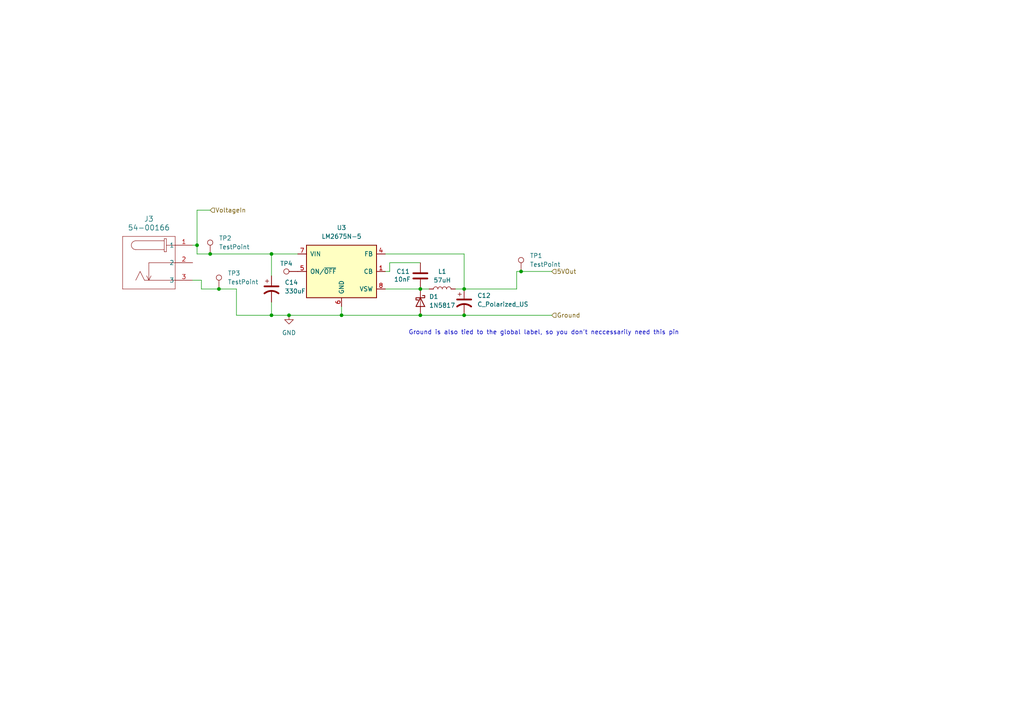
<source format=kicad_sch>
(kicad_sch (version 20231120) (generator "eeschema") (generator_version "8.0")
  (paper "A4")
  (lib_symbols
    (symbol "Barrel_Jack_Custom:54-00166" (pin_names (offset 0.254))
      (property "Reference" "J" (at -12.7 7.62 0))
      (property "Value" "54-00166" (at 0 0 0))
      (symbol "54-00166_1_1"
        (arc (start -16.51 1.27) (mid -17.7744 0) (end -16.51 -1.27) (stroke (width 0.127)))
        (polyline (pts (xy -20.32 -12.7) (xy -5.08 -12.7)) (stroke (width 0.127)))
        (polyline (pts (xy -20.32 2.54) (xy -20.32 -12.7)) (stroke (width 0.127)))
        (polyline (pts (xy -15.24 -7.62) (xy -16.51 -10.16)) (stroke (width 0.127)))
        (polyline (pts (xy -13.97 -10.16) (xy -15.24 -7.62)) (stroke (width 0.127)))
        (polyline (pts (xy -12.7 -10.16) (xy -13.335 -8.89)) (stroke (width 0.127)))
        (polyline (pts (xy -12.7 -10.16) (xy -12.065 -8.89)) (stroke (width 0.127)))
        (polyline (pts (xy -12.7 -5.08) (xy -12.7 -10.16)) (stroke (width 0.127)))
        (polyline (pts (xy -8.255 -1.905) (xy -7.62 -1.905)) (stroke (width 0.127)))
        (polyline (pts (xy -8.255 -1.27) (xy -16.51 -1.27)) (stroke (width 0.127)))
        (polyline (pts (xy -8.255 1.27) (xy -16.51 1.27)) (stroke (width 0.127)))
        (polyline (pts (xy -8.255 1.905) (xy -8.255 -1.905)) (stroke (width 0.127)))
        (polyline (pts (xy -8.255 1.905) (xy -7.62 1.905)) (stroke (width 0.127)))
        (polyline (pts (xy -7.62 -1.905) (xy -7.62 1.905)) (stroke (width 0.127)))
        (polyline (pts (xy -5.08 -12.7) (xy -5.08 2.54)) (stroke (width 0.127)))
        (polyline (pts (xy -5.08 -10.16) (xy -13.97 -10.16)) (stroke (width 0.127)))
        (polyline (pts (xy -5.08 -5.08) (xy -12.7 -5.08)) (stroke (width 0.127)))
        (polyline (pts (xy -5.08 0) (xy -7.62 0)) (stroke (width 0.127)))
        (polyline (pts (xy -5.08 2.54) (xy -20.32 2.54)) (stroke (width 0.127)))
        (pin unspecified line (at 0 0 180) (length 5.08) (name "1") (number "1"))
        (pin unspecified line (at 0 -5.08 180) (length 5.08) (name "2") (number "2"))
        (pin unspecified line (at 0 -10.16 180) (length 5.08) (name "3") (number "3"))
      )
      (symbol "54-00166_1_2"
        (polyline (pts (xy -12.7 -7.62) (xy -5.08 -7.62)) (stroke (width 0.127)))
        (polyline (pts (xy -12.7 2.54) (xy -12.7 -7.62)) (stroke (width 0.127)))
        (polyline (pts (xy -10.16 -5.08) (xy -8.89 -5.9267)) (stroke (width 0.127)))
        (polyline (pts (xy -10.16 -5.08) (xy -8.89 -4.2333)) (stroke (width 0.127)))
        (polyline (pts (xy -10.16 -5.08) (xy -5.08 -5.08)) (stroke (width 0.127)))
        (polyline (pts (xy -10.16 -2.54) (xy -8.89 -3.3867)) (stroke (width 0.127)))
        (polyline (pts (xy -10.16 -2.54) (xy -8.89 -1.6933)) (stroke (width 0.127)))
        (polyline (pts (xy -10.16 -2.54) (xy -5.08 -2.54)) (stroke (width 0.127)))
        (polyline (pts (xy -10.16 0) (xy -8.89 -0.8467)) (stroke (width 0.127)))
        (polyline (pts (xy -10.16 0) (xy -8.89 0.8467)) (stroke (width 0.127)))
        (polyline (pts (xy -10.16 0) (xy -5.08 0)) (stroke (width 0.127)))
        (polyline (pts (xy -5.08 -7.62) (xy -5.08 2.54)) (stroke (width 0.127)))
        (polyline (pts (xy -5.08 2.54) (xy -12.7 2.54)) (stroke (width 0.127)))
        (pin unspecified line (at 0 0 180) (length 5.08) (name "1") (number "1"))
        (pin unspecified line (at 0 -2.54 180) (length 5.08) (name "2") (number "2"))
        (pin unspecified line (at 0 -5.08 180) (length 5.08) (name "3") (number "3"))
      )
    )
    (symbol "Connector:TestPoint" (pin_numbers hide) (pin_names (offset 0.762) hide)
      (property "Reference" "TP" (at 0 6.858 0))
      (property "Value" "TestPoint" (at 0 5.08 0))
      (symbol "TestPoint_0_1"
        (circle (center 0 3.302) (radius 0.762))
      )
      (symbol "TestPoint_1_1"
        (pin passive line (at 0 0 90) (length 2.54) (name "1") (number "1"))
      )
    )
    (symbol "Device:C" (pin_numbers hide) (pin_names (offset 0.254))
      (property "Reference" "C" (at 0.635 2.54 0))
      (property "Value" "C" (at 0.635 -2.54 0))
      (symbol "C_0_1"
        (polyline (pts (xy -2.032 -0.762) (xy 2.032 -0.762)) (stroke (width 0.508)))
        (polyline (pts (xy -2.032 0.762) (xy 2.032 0.762)) (stroke (width 0.508)))
      )
      (symbol "C_1_1"
        (pin passive line (at 0 3.81 270) (length 2.794) (name "~") (number "1"))
        (pin passive line (at 0 -3.81 90) (length 2.794) (name "~") (number "2"))
      )
    )
    (symbol "Device:C_Polarized_US" (pin_numbers hide) (pin_names (offset 0.254) hide)
      (property "Reference" "C" (at 0.635 2.54 0))
      (property "Value" "C_Polarized_US" (at 0.635 -2.54 0))
      (symbol "C_Polarized_US_0_1"
        (polyline (pts (xy -2.032 0.762) (xy 2.032 0.762)) (stroke (width 0.508)))
        (polyline (pts (xy -1.778 2.286) (xy -0.762 2.286)))
        (polyline (pts (xy -1.27 1.778) (xy -1.27 2.794)))
        (arc (start 2.032 -1.27) (mid 0 -0.5572) (end -2.032 -1.27) (stroke (width 0.508)))
      )
      (symbol "C_Polarized_US_1_1"
        (pin passive line (at 0 3.81 270) (length 2.794) (name "~") (number "1"))
        (pin passive line (at 0 -3.81 90) (length 3.302) (name "~") (number "2"))
      )
    )
    (symbol "Device:D_Schottky" (pin_numbers hide) (pin_names (offset 1.016) hide)
      (property "Reference" "D" (at 0 2.54 0))
      (property "Value" "D_Schottky" (at 0 -2.54 0))
      (symbol "D_Schottky_0_1"
        (polyline (pts (xy 1.27 0) (xy -1.27 0)))
        (polyline (pts (xy 1.27 1.27) (xy 1.27 -1.27) (xy -1.27 0) (xy 1.27 1.27)) (stroke (width 0.254)))
        (polyline (pts (xy -1.905 0.635) (xy -1.905 1.27) (xy -1.27 1.27) (xy -1.27 -1.27) (xy -0.635 -1.27) (xy -0.635 -0.635)) (stroke (width 0.254)))
      )
      (symbol "D_Schottky_1_1"
        (pin passive line (at -3.81 0 0) (length 2.54) (name "K") (number "1"))
        (pin passive line (at 3.81 0 180) (length 2.54) (name "A") (number "2"))
      )
    )
    (symbol "Device:L" (pin_numbers hide) (pin_names (offset 1.016) hide)
      (property "Reference" "L" (at -1.27 0 90))
      (property "Value" "L" (at 1.905 0 90))
      (symbol "L_0_1"
        (arc (start 0 -2.54) (mid 0.6323 -1.905) (end 0 -1.27))
        (arc (start 0 -1.27) (mid 0.6323 -0.635) (end 0 0))
        (arc (start 0 0) (mid 0.6323 0.635) (end 0 1.27))
        (arc (start 0 1.27) (mid 0.6323 1.905) (end 0 2.54))
      )
      (symbol "L_1_1"
        (pin passive line (at 0 3.81 270) (length 1.27) (name "1") (number "1"))
        (pin passive line (at 0 -3.81 90) (length 1.27) (name "2") (number "2"))
      )
    )
    (symbol "Regulator_Switching:LM2675N-5" (pin_names (offset 1.016))
      (property "Reference" "U" (at -10.16 8.89 0))
      (property "Value" "LM2675N-5" (at 0 8.89 0))
      (symbol "LM2675N-5_0_1"
        (rectangle (start -10.16 7.62) (end 10.16 -7.62) (stroke (width 0.254)) (fill (type background)))
      )
      (symbol "LM2675N-5_1_1"
        (pin input line (at 12.7 0 180) (length 2.54) (name "CB") (number "1"))
        (pin no_connect line (at -10.16 -2.54 0) (length 2.54) hide (name "NC") (number "2"))
        (pin no_connect line (at -10.16 -5.08 0) (length 2.54) hide (name "NC") (number "3"))
        (pin input line (at 12.7 5.08 180) (length 2.54) (name "FB") (number "4"))
        (pin input line (at -12.7 0 0) (length 2.54) (name "ON/~{OFF}") (number "5"))
        (pin power_in line (at 0 -10.16 90) (length 2.54) (name "GND") (number "6"))
        (pin power_in line (at -12.7 5.08 0) (length 2.54) (name "VIN") (number "7"))
        (pin output line (at 12.7 -5.08 180) (length 2.54) (name "VSW") (number "8"))
      )
    )
    (symbol "power:GND" (power) (pin_numbers hide) (pin_names (offset 0) hide)
      (property "Value" "GND" (at 0 -3.81 0))
      (symbol "GND_0_1"
        (polyline (pts (xy 0 0) (xy 0 -1.27) (xy 1.27 -1.27) (xy 0 -2.54) (xy -1.27 -1.27) (xy 0 -1.27)))
      )
      (symbol "GND_1_1"
        (pin power_in line (at 0 0 270) (length 0) (name "~") (number "1"))
      )
    )
  )
  (junction (at 99.06 91.44))
  (junction (at 121.92 91.44))
  (junction (at 57.15 71.12))
  (junction (at 121.92 83.82))
  (junction (at 63.5 83.82))
  (junction (at 134.62 91.44))
  (junction (at 78.74 73.66))
  (junction (at 60.96 73.66))
  (junction (at 134.62 83.82))
  (junction (at 151.13 78.74))
  (junction (at 78.74 91.44))
  (junction (at 83.82 91.44))
  (wire (pts (xy 132.08 83.82) (xy 134.62 83.82)))
  (wire (pts (xy 124.46 83.82) (xy 121.92 83.82)))
  (wire (pts (xy 99.06 88.9) (xy 99.06 91.44)))
  (wire (pts (xy 78.74 73.66) (xy 86.36 73.66)))
  (wire (pts (xy 113.03 76.2) (xy 113.03 78.74)))
  (wire (pts (xy 134.62 73.66) (xy 111.76 73.66)))
  (wire (pts (xy 149.86 78.74) (xy 151.13 78.74)))
  (wire (pts (xy 121.92 91.44) (xy 134.62 91.44)))
  (wire (pts (xy 58.42 83.82) (xy 63.5 83.82)))
  (wire (pts (xy 57.15 71.12) (xy 57.15 73.66)))
  (wire (pts (xy 121.92 76.2) (xy 113.03 76.2)))
  (wire (pts (xy 113.03 78.74) (xy 111.76 78.74)))
  (wire (pts (xy 55.88 71.12) (xy 57.15 71.12)))
  (wire (pts (xy 78.74 73.66) (xy 78.74 80.01)))
  (wire (pts (xy 58.42 81.28) (xy 58.42 83.82)))
  (wire (pts (xy 78.74 91.44) (xy 83.82 91.44)))
  (wire (pts (xy 68.58 83.82) (xy 68.58 91.44)))
  (wire (pts (xy 134.62 73.66) (xy 134.62 83.82)))
  (wire (pts (xy 57.15 60.96) (xy 57.15 71.12)))
  (wire (pts (xy 83.82 91.44) (xy 99.06 91.44)))
  (wire (pts (xy 99.06 91.44) (xy 121.92 91.44)))
  (wire (pts (xy 111.76 83.82) (xy 121.92 83.82)))
  (wire (pts (xy 55.88 81.28) (xy 58.42 81.28)))
  (wire (pts (xy 63.5 83.82) (xy 68.58 83.82)))
  (wire (pts (xy 134.62 83.82) (xy 149.86 83.82)))
  (wire (pts (xy 134.62 91.44) (xy 160.02 91.44)))
  (wire (pts (xy 60.96 73.66) (xy 78.74 73.66)))
  (wire (pts (xy 151.13 78.74) (xy 160.02 78.74)))
  (wire (pts (xy 78.74 87.63) (xy 78.74 91.44)))
  (wire (pts (xy 149.86 83.82) (xy 149.86 78.74)))
  (wire (pts (xy 68.58 91.44) (xy 78.74 91.44)))
  (wire (pts (xy 57.15 73.66) (xy 60.96 73.66)))
  (wire (pts (xy 60.96 60.96) (xy 57.15 60.96)))
  (text "Ground is also tied to the global label, so you don't neccessarily need this pin" (at 157.734 96.52 0) (effects (font (size 1.27 1.27))))
  (hierarchical_label "Ground" (shape input) (at 160.02 91.44 0))
  (hierarchical_label "5VOut" (shape input) (at 160.02 78.74 0))
  (hierarchical_label "VoltageIn" (shape input) (at 60.96 60.96 0))
  (symbol (lib_id "Device:L") (at 128.27 83.82 90) (unit 1)
    (property "Reference" "L1" (at 128.27 78.74 90))
    (property "Value" "57uH" (at 128.27 81.28 90))
    (property "Footprint" "Package_DIP:DIP-8_W7.62mm" (effects (hide yes)))
    (property "Description" "Inductor" (effects (hide yes)))
  )
  (symbol (lib_id "Device:D_Schottky") (at 121.92 87.63 270) (unit 1)
    (property "Reference" "D1" (at 124.46 86.0424 90) (effects (justify left)))
    (property "Value" "1N5817" (at 124.46 88.5824 90) (effects (justify left)))
    (property "Footprint" "Diode_THT:D_A-405_P12.70mm_Horizontal" (effects (hide yes)))
    (property "Description" "Schottky diode" (effects (hide yes)))
  )
  (symbol (lib_id "Barrel_Jack_Custom:54-00166") (at 55.88 71.12 0) (unit 1)
    (property "Reference" "J3" (at 43.18 63.5 0) (effects (font (size 1.524 1.524))))
    (property "Value" "54-00166" (at 43.18 66.04 0) (effects (font (size 1.524 1.524))))
    (property "Footprint" "CONN3_54-00166_TEN" (effects (hide yes)))
    (property "Datasheet" "54-00166" (effects (hide yes)))
  )
  (symbol (lib_id "Connector:TestPoint") (at 60.96 73.66 0) (unit 1)
    (property "Reference" "TP2" (at 63.5 69.0879 0) (effects (justify left)))
    (property "Value" "TestPoint" (at 63.5 71.6279 0) (effects (justify left)))
    (property "Description" "test point" (effects (hide yes)))
  )
  (symbol (lib_id "Connector:TestPoint") (at 86.36 78.74 90) (unit 1)
    (property "Reference" "TP4" (at 83.058 76.454 90))
    (property "Value" "TestPoint" (effects (hide yes)))
    (property "Description" "test point" (effects (hide yes)))
  )
  (symbol (lib_id "Connector:TestPoint") (at 63.5 83.82 0) (unit 1)
    (property "Reference" "TP3" (at 66.04 79.2479 0) (effects (justify left)))
    (property "Value" "TestPoint" (at 66.04 81.7879 0) (effects (justify left)))
    (property "Description" "test point" (effects (hide yes)))
  )
  (symbol (lib_id "Connector:TestPoint") (at 151.13 78.74 0) (unit 1)
    (property "Reference" "TP1" (at 153.67 74.1679 0) (effects (justify left)))
    (property "Value" "TestPoint" (at 153.67 76.7079 0) (effects (justify left)))
    (property "Description" "test point" (effects (hide yes)))
  )
  (symbol (lib_id "power:GND") (at 83.82 91.44 0) (unit 1)
    (property "Reference" "#PWR03" (effects (hide yes)))
    (property "Value" "GND" (at 83.82 96.52 0))
    (property "Description" "Power symbol creates a global label with name \"GND\" , ground" (effects (hide yes)))
  )
  (symbol (lib_id "Regulator_Switching:LM2675N-5") (at 99.06 78.74 0) (unit 1)
    (property "Reference" "U3" (at 99.06 66.04 0))
    (property "Value" "LM2675N-5" (at 99.06 68.58 0))
    (property "Footprint" "Package_DIP:DIP-8_W7.62mm" (effects (hide yes)))
    (property "Datasheet" "http://www.ti.com/lit/ds/symlink/lm2675.pdf" (effects (hide yes)))
    (property "Description" "5V, 1A Step-Down Voltage Regulator, DIP-8" (effects (hide yes)))
  )
  (symbol (lib_id "Device:C") (at 121.92 80.01 180) (unit 1)
    (property "Reference" "C11" (at 118.872 78.74 0) (effects (justify left)))
    (property "Value" "10nF" (at 119.126 81.026 0) (effects (justify left)))
    (property "Footprint" "Capacitor_THT:C_Disc_D7.5mm_W4.4mm_P5.00mm" (effects (hide yes)))
    (property "Description" "Unpolarized capacitor" (effects (hide yes)))
  )
  (symbol (lib_id "Device:C_Polarized_US") (at 134.62 87.63 0) (unit 1)
    (property "Reference" "C12" (at 138.43 85.7249 0) (effects (justify left)))
    (property "Value" "C_Polarized_US" (at 138.43 88.2649 0) (effects (justify left)))
    (property "Footprint" "Capacitor_THT:CP_Radial_D6.3mm_P2.50mm" (effects (hide yes)))
    (property "Datasheet" "https://industrial.panasonic.com/cdbs/www-data/pdf/AAB8000/AAB8000C238.pdf" (effects (hide yes)))
    (property "Description" "Polarized capacitor, US symbol" (effects (hide yes)))
  )
  (symbol (lib_id "Device:C_Polarized_US") (at 78.74 83.82 0) (unit 1)
    (property "Reference" "C14" (at 82.55 81.9149 0) (effects (justify left)))
    (property "Value" "330uF" (at 82.55 84.4549 0) (effects (justify left)))
    (property "Footprint" "Capacitor_THT:CP_Radial_D10.0mm_P5.00mm" (effects (hide yes)))
    (property "Datasheet" "https://mm.digikey.com/Volume0/opasdata/d220001/medias/docus/4847/DS_1801_RF%20Series.pdf" (effects (hide yes)))
    (property "Description" "Polarized capacitor, US symbol" (effects (hide yes)))
  )
)
</source>
